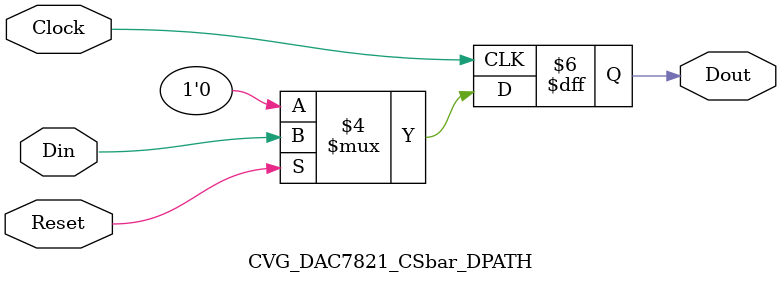
<source format=v>
`timescale	1ns/1ps

module	CVG_DAC7821_CSbar_DPATH(Dout, Din, Clock, Reset)	;

output	Dout	;
reg	Dout	;

input	Din	;
wire	Din	;

input	Clock, Reset	;
wire	Clock, Reset	;


always	@(posedge	Clock)
	begin
		if ( Reset == 1'b1 )
			begin
				Dout <= Din	;
			end
		else
			begin
				Dout <= 1'b0	;
			end
	end

endmodule

</source>
